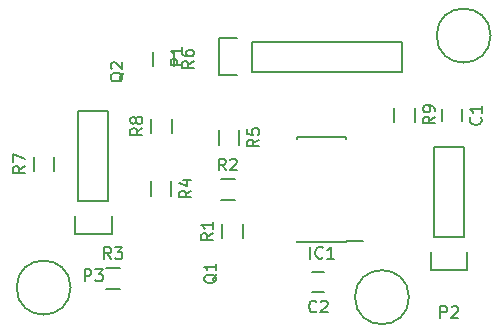
<source format=gbr>
G04 #@! TF.FileFunction,Legend,Top*
%FSLAX46Y46*%
G04 Gerber Fmt 4.6, Leading zero omitted, Abs format (unit mm)*
G04 Created by KiCad (PCBNEW (2015-07-31 BZR 6030)-product) date Sat Sep 12 09:44:37 2015*
%MOMM*%
G01*
G04 APERTURE LIST*
%ADD10C,0.100000*%
%ADD11C,0.150000*%
G04 APERTURE END LIST*
D10*
D11*
X211636400Y-46150400D02*
G75*
G03X211636400Y-46150400I-2286000J0D01*
G01*
X176076400Y-67486400D02*
G75*
G03X176076400Y-67486400I-2286000J0D01*
G01*
X209184400Y-53406800D02*
X209184400Y-52406800D01*
X207484400Y-52406800D02*
X207484400Y-53406800D01*
X196556800Y-67879200D02*
X197556800Y-67879200D01*
X197556800Y-66179200D02*
X196556800Y-66179200D01*
X199436600Y-63656000D02*
X199436600Y-63541000D01*
X195286600Y-63656000D02*
X195286600Y-63541000D01*
X195286600Y-54756000D02*
X195286600Y-54871000D01*
X199436600Y-54756000D02*
X199436600Y-54871000D01*
X199436600Y-63656000D02*
X195286600Y-63656000D01*
X199436600Y-54756000D02*
X195286600Y-54756000D01*
X199436600Y-63541000D02*
X200811600Y-63541000D01*
X191468800Y-46658400D02*
X204168800Y-46658400D01*
X204168800Y-46658400D02*
X204168800Y-49198400D01*
X204168800Y-49198400D02*
X191468800Y-49198400D01*
X188648800Y-46378400D02*
X190198800Y-46378400D01*
X191468800Y-46658400D02*
X191468800Y-49198400D01*
X190198800Y-49478400D02*
X188648800Y-49478400D01*
X188648800Y-49478400D02*
X188648800Y-46378400D01*
X209401200Y-63219200D02*
X209401200Y-55599200D01*
X206861200Y-63219200D02*
X206861200Y-55599200D01*
X206581200Y-66039200D02*
X206581200Y-64489200D01*
X209401200Y-55599200D02*
X206861200Y-55599200D01*
X206861200Y-63219200D02*
X209401200Y-63219200D01*
X209681200Y-64489200D02*
X209681200Y-66039200D01*
X209681200Y-66039200D02*
X206581200Y-66039200D01*
X179276800Y-60120400D02*
X179276800Y-52500400D01*
X176736800Y-60120400D02*
X176736800Y-52500400D01*
X176456800Y-62940400D02*
X176456800Y-61390400D01*
X179276800Y-52500400D02*
X176736800Y-52500400D01*
X176736800Y-60120400D02*
X179276800Y-60120400D01*
X179556800Y-61390400D02*
X179556800Y-62940400D01*
X179556800Y-62940400D02*
X176456800Y-62940400D01*
X190667400Y-62111200D02*
X190667400Y-63311200D01*
X188917400Y-63311200D02*
X188917400Y-62111200D01*
X189986000Y-60081000D02*
X188786000Y-60081000D01*
X188786000Y-58331000D02*
X189986000Y-58331000D01*
X180283200Y-67599400D02*
X179083200Y-67599400D01*
X179083200Y-65849400D02*
X180283200Y-65849400D01*
X182872200Y-59704400D02*
X182872200Y-58504400D01*
X184622200Y-58504400D02*
X184622200Y-59704400D01*
X188612600Y-55386400D02*
X188612600Y-54186400D01*
X190362600Y-54186400D02*
X190362600Y-55386400D01*
X183075400Y-48731600D02*
X183075400Y-47531600D01*
X184825400Y-47531600D02*
X184825400Y-48731600D01*
X174716200Y-56421600D02*
X174716200Y-57621600D01*
X172966200Y-57621600D02*
X172966200Y-56421600D01*
X184673000Y-53221200D02*
X184673000Y-54421200D01*
X182923000Y-54421200D02*
X182923000Y-53221200D01*
X203497000Y-53456000D02*
X203497000Y-52256000D01*
X205247000Y-52256000D02*
X205247000Y-53456000D01*
X204727600Y-68299200D02*
G75*
G03X204727600Y-68299200I-2286000J0D01*
G01*
X211636400Y-46150400D02*
G75*
G03X211636400Y-46150400I-2286000J0D01*
G01*
X176076400Y-67486400D02*
G75*
G03X176076400Y-67486400I-2286000J0D01*
G01*
X209184400Y-53406800D02*
X209184400Y-52406800D01*
X207484400Y-52406800D02*
X207484400Y-53406800D01*
X196556800Y-67879200D02*
X197556800Y-67879200D01*
X197556800Y-66179200D02*
X196556800Y-66179200D01*
X199436600Y-63656000D02*
X199436600Y-63541000D01*
X195286600Y-63656000D02*
X195286600Y-63541000D01*
X195286600Y-54756000D02*
X195286600Y-54871000D01*
X199436600Y-54756000D02*
X199436600Y-54871000D01*
X199436600Y-63656000D02*
X195286600Y-63656000D01*
X199436600Y-54756000D02*
X195286600Y-54756000D01*
X199436600Y-63541000D02*
X200811600Y-63541000D01*
X191468800Y-46658400D02*
X204168800Y-46658400D01*
X204168800Y-46658400D02*
X204168800Y-49198400D01*
X204168800Y-49198400D02*
X191468800Y-49198400D01*
X188648800Y-46378400D02*
X190198800Y-46378400D01*
X191468800Y-46658400D02*
X191468800Y-49198400D01*
X190198800Y-49478400D02*
X188648800Y-49478400D01*
X188648800Y-49478400D02*
X188648800Y-46378400D01*
X209401200Y-63219200D02*
X209401200Y-55599200D01*
X206861200Y-63219200D02*
X206861200Y-55599200D01*
X206581200Y-66039200D02*
X206581200Y-64489200D01*
X209401200Y-55599200D02*
X206861200Y-55599200D01*
X206861200Y-63219200D02*
X209401200Y-63219200D01*
X209681200Y-64489200D02*
X209681200Y-66039200D01*
X209681200Y-66039200D02*
X206581200Y-66039200D01*
X179276800Y-60120400D02*
X179276800Y-52500400D01*
X176736800Y-60120400D02*
X176736800Y-52500400D01*
X176456800Y-62940400D02*
X176456800Y-61390400D01*
X179276800Y-52500400D02*
X176736800Y-52500400D01*
X176736800Y-60120400D02*
X179276800Y-60120400D01*
X179556800Y-61390400D02*
X179556800Y-62940400D01*
X179556800Y-62940400D02*
X176456800Y-62940400D01*
X190667400Y-62111200D02*
X190667400Y-63311200D01*
X188917400Y-63311200D02*
X188917400Y-62111200D01*
X189986000Y-60081000D02*
X188786000Y-60081000D01*
X188786000Y-58331000D02*
X189986000Y-58331000D01*
X180283200Y-67599400D02*
X179083200Y-67599400D01*
X179083200Y-65849400D02*
X180283200Y-65849400D01*
X182872200Y-59704400D02*
X182872200Y-58504400D01*
X184622200Y-58504400D02*
X184622200Y-59704400D01*
X188612600Y-55386400D02*
X188612600Y-54186400D01*
X190362600Y-54186400D02*
X190362600Y-55386400D01*
X183075400Y-48731600D02*
X183075400Y-47531600D01*
X184825400Y-47531600D02*
X184825400Y-48731600D01*
X174716200Y-56421600D02*
X174716200Y-57621600D01*
X172966200Y-57621600D02*
X172966200Y-56421600D01*
X184673000Y-53221200D02*
X184673000Y-54421200D01*
X182923000Y-54421200D02*
X182923000Y-53221200D01*
X203497000Y-53456000D02*
X203497000Y-52256000D01*
X205247000Y-52256000D02*
X205247000Y-53456000D01*
X204727600Y-68299200D02*
G75*
G03X204727600Y-68299200I-2286000J0D01*
G01*
X210791543Y-53073466D02*
X210839162Y-53121085D01*
X210886781Y-53263942D01*
X210886781Y-53359180D01*
X210839162Y-53502038D01*
X210743924Y-53597276D01*
X210648686Y-53644895D01*
X210458210Y-53692514D01*
X210315352Y-53692514D01*
X210124876Y-53644895D01*
X210029638Y-53597276D01*
X209934400Y-53502038D01*
X209886781Y-53359180D01*
X209886781Y-53263942D01*
X209934400Y-53121085D01*
X209982019Y-53073466D01*
X210886781Y-52121085D02*
X210886781Y-52692514D01*
X210886781Y-52406800D02*
X209886781Y-52406800D01*
X210029638Y-52502038D01*
X210124876Y-52597276D01*
X210172495Y-52692514D01*
X196890134Y-69486343D02*
X196842515Y-69533962D01*
X196699658Y-69581581D01*
X196604420Y-69581581D01*
X196461562Y-69533962D01*
X196366324Y-69438724D01*
X196318705Y-69343486D01*
X196271086Y-69153010D01*
X196271086Y-69010152D01*
X196318705Y-68819676D01*
X196366324Y-68724438D01*
X196461562Y-68629200D01*
X196604420Y-68581581D01*
X196699658Y-68581581D01*
X196842515Y-68629200D01*
X196890134Y-68676819D01*
X197271086Y-68676819D02*
X197318705Y-68629200D01*
X197413943Y-68581581D01*
X197652039Y-68581581D01*
X197747277Y-68629200D01*
X197794896Y-68676819D01*
X197842515Y-68772057D01*
X197842515Y-68867295D01*
X197794896Y-69010152D01*
X197223467Y-69581581D01*
X197842515Y-69581581D01*
X196385410Y-65033381D02*
X196385410Y-64033381D01*
X197433029Y-64938143D02*
X197385410Y-64985762D01*
X197242553Y-65033381D01*
X197147315Y-65033381D01*
X197004457Y-64985762D01*
X196909219Y-64890524D01*
X196861600Y-64795286D01*
X196813981Y-64604810D01*
X196813981Y-64461952D01*
X196861600Y-64271476D01*
X196909219Y-64176238D01*
X197004457Y-64081000D01*
X197147315Y-64033381D01*
X197242553Y-64033381D01*
X197385410Y-64081000D01*
X197433029Y-64128619D01*
X198385410Y-65033381D02*
X197813981Y-65033381D01*
X198099695Y-65033381D02*
X198099695Y-64033381D01*
X198004457Y-64176238D01*
X197909219Y-64271476D01*
X197813981Y-64319095D01*
X185551181Y-48666495D02*
X184551181Y-48666495D01*
X184551181Y-48285542D01*
X184598800Y-48190304D01*
X184646419Y-48142685D01*
X184741657Y-48095066D01*
X184884514Y-48095066D01*
X184979752Y-48142685D01*
X185027371Y-48190304D01*
X185074990Y-48285542D01*
X185074990Y-48666495D01*
X185551181Y-47142685D02*
X185551181Y-47714114D01*
X185551181Y-47428400D02*
X184551181Y-47428400D01*
X184694038Y-47523638D01*
X184789276Y-47618876D01*
X184836895Y-47714114D01*
X207393105Y-70041581D02*
X207393105Y-69041581D01*
X207774058Y-69041581D01*
X207869296Y-69089200D01*
X207916915Y-69136819D01*
X207964534Y-69232057D01*
X207964534Y-69374914D01*
X207916915Y-69470152D01*
X207869296Y-69517771D01*
X207774058Y-69565390D01*
X207393105Y-69565390D01*
X208345486Y-69136819D02*
X208393105Y-69089200D01*
X208488343Y-69041581D01*
X208726439Y-69041581D01*
X208821677Y-69089200D01*
X208869296Y-69136819D01*
X208916915Y-69232057D01*
X208916915Y-69327295D01*
X208869296Y-69470152D01*
X208297867Y-70041581D01*
X208916915Y-70041581D01*
X177268705Y-66942781D02*
X177268705Y-65942781D01*
X177649658Y-65942781D01*
X177744896Y-65990400D01*
X177792515Y-66038019D01*
X177840134Y-66133257D01*
X177840134Y-66276114D01*
X177792515Y-66371352D01*
X177744896Y-66418971D01*
X177649658Y-66466590D01*
X177268705Y-66466590D01*
X178173467Y-65942781D02*
X178792515Y-65942781D01*
X178459181Y-66323733D01*
X178602039Y-66323733D01*
X178697277Y-66371352D01*
X178744896Y-66418971D01*
X178792515Y-66514210D01*
X178792515Y-66752305D01*
X178744896Y-66847543D01*
X178697277Y-66895162D01*
X178602039Y-66942781D01*
X178316324Y-66942781D01*
X178221086Y-66895162D01*
X178173467Y-66847543D01*
X188479219Y-66362438D02*
X188431600Y-66457676D01*
X188336362Y-66552914D01*
X188193505Y-66695771D01*
X188145886Y-66791010D01*
X188145886Y-66886248D01*
X188383981Y-66838629D02*
X188336362Y-66933867D01*
X188241124Y-67029105D01*
X188050648Y-67076724D01*
X187717314Y-67076724D01*
X187526838Y-67029105D01*
X187431600Y-66933867D01*
X187383981Y-66838629D01*
X187383981Y-66648152D01*
X187431600Y-66552914D01*
X187526838Y-66457676D01*
X187717314Y-66410057D01*
X188050648Y-66410057D01*
X188241124Y-66457676D01*
X188336362Y-66552914D01*
X188383981Y-66648152D01*
X188383981Y-66838629D01*
X188383981Y-65457676D02*
X188383981Y-66029105D01*
X188383981Y-65743391D02*
X187383981Y-65743391D01*
X187526838Y-65838629D01*
X187622076Y-65933867D01*
X187669695Y-66029105D01*
X180554419Y-49293638D02*
X180506800Y-49388876D01*
X180411562Y-49484114D01*
X180268705Y-49626971D01*
X180221086Y-49722210D01*
X180221086Y-49817448D01*
X180459181Y-49769829D02*
X180411562Y-49865067D01*
X180316324Y-49960305D01*
X180125848Y-50007924D01*
X179792514Y-50007924D01*
X179602038Y-49960305D01*
X179506800Y-49865067D01*
X179459181Y-49769829D01*
X179459181Y-49579352D01*
X179506800Y-49484114D01*
X179602038Y-49388876D01*
X179792514Y-49341257D01*
X180125848Y-49341257D01*
X180316324Y-49388876D01*
X180411562Y-49484114D01*
X180459181Y-49579352D01*
X180459181Y-49769829D01*
X179554419Y-48960305D02*
X179506800Y-48912686D01*
X179459181Y-48817448D01*
X179459181Y-48579352D01*
X179506800Y-48484114D01*
X179554419Y-48436495D01*
X179649657Y-48388876D01*
X179744895Y-48388876D01*
X179887752Y-48436495D01*
X180459181Y-49007924D01*
X180459181Y-48388876D01*
X188144781Y-62877866D02*
X187668590Y-63211200D01*
X188144781Y-63449295D02*
X187144781Y-63449295D01*
X187144781Y-63068342D01*
X187192400Y-62973104D01*
X187240019Y-62925485D01*
X187335257Y-62877866D01*
X187478114Y-62877866D01*
X187573352Y-62925485D01*
X187620971Y-62973104D01*
X187668590Y-63068342D01*
X187668590Y-63449295D01*
X188144781Y-61925485D02*
X188144781Y-62496914D01*
X188144781Y-62211200D02*
X187144781Y-62211200D01*
X187287638Y-62306438D01*
X187382876Y-62401676D01*
X187430495Y-62496914D01*
X189219334Y-57558381D02*
X188886000Y-57082190D01*
X188647905Y-57558381D02*
X188647905Y-56558381D01*
X189028858Y-56558381D01*
X189124096Y-56606000D01*
X189171715Y-56653619D01*
X189219334Y-56748857D01*
X189219334Y-56891714D01*
X189171715Y-56986952D01*
X189124096Y-57034571D01*
X189028858Y-57082190D01*
X188647905Y-57082190D01*
X189600286Y-56653619D02*
X189647905Y-56606000D01*
X189743143Y-56558381D01*
X189981239Y-56558381D01*
X190076477Y-56606000D01*
X190124096Y-56653619D01*
X190171715Y-56748857D01*
X190171715Y-56844095D01*
X190124096Y-56986952D01*
X189552667Y-57558381D01*
X190171715Y-57558381D01*
X179516534Y-65076781D02*
X179183200Y-64600590D01*
X178945105Y-65076781D02*
X178945105Y-64076781D01*
X179326058Y-64076781D01*
X179421296Y-64124400D01*
X179468915Y-64172019D01*
X179516534Y-64267257D01*
X179516534Y-64410114D01*
X179468915Y-64505352D01*
X179421296Y-64552971D01*
X179326058Y-64600590D01*
X178945105Y-64600590D01*
X179849867Y-64076781D02*
X180468915Y-64076781D01*
X180135581Y-64457733D01*
X180278439Y-64457733D01*
X180373677Y-64505352D01*
X180421296Y-64552971D01*
X180468915Y-64648210D01*
X180468915Y-64886305D01*
X180421296Y-64981543D01*
X180373677Y-65029162D01*
X180278439Y-65076781D01*
X179992724Y-65076781D01*
X179897486Y-65029162D01*
X179849867Y-64981543D01*
X186299581Y-59271066D02*
X185823390Y-59604400D01*
X186299581Y-59842495D02*
X185299581Y-59842495D01*
X185299581Y-59461542D01*
X185347200Y-59366304D01*
X185394819Y-59318685D01*
X185490057Y-59271066D01*
X185632914Y-59271066D01*
X185728152Y-59318685D01*
X185775771Y-59366304D01*
X185823390Y-59461542D01*
X185823390Y-59842495D01*
X185632914Y-58413923D02*
X186299581Y-58413923D01*
X185251962Y-58652019D02*
X185966248Y-58890114D01*
X185966248Y-58271066D01*
X192039981Y-54953066D02*
X191563790Y-55286400D01*
X192039981Y-55524495D02*
X191039981Y-55524495D01*
X191039981Y-55143542D01*
X191087600Y-55048304D01*
X191135219Y-55000685D01*
X191230457Y-54953066D01*
X191373314Y-54953066D01*
X191468552Y-55000685D01*
X191516171Y-55048304D01*
X191563790Y-55143542D01*
X191563790Y-55524495D01*
X191039981Y-54048304D02*
X191039981Y-54524495D01*
X191516171Y-54572114D01*
X191468552Y-54524495D01*
X191420933Y-54429257D01*
X191420933Y-54191161D01*
X191468552Y-54095923D01*
X191516171Y-54048304D01*
X191611410Y-54000685D01*
X191849505Y-54000685D01*
X191944743Y-54048304D01*
X191992362Y-54095923D01*
X192039981Y-54191161D01*
X192039981Y-54429257D01*
X191992362Y-54524495D01*
X191944743Y-54572114D01*
X186502781Y-48298266D02*
X186026590Y-48631600D01*
X186502781Y-48869695D02*
X185502781Y-48869695D01*
X185502781Y-48488742D01*
X185550400Y-48393504D01*
X185598019Y-48345885D01*
X185693257Y-48298266D01*
X185836114Y-48298266D01*
X185931352Y-48345885D01*
X185978971Y-48393504D01*
X186026590Y-48488742D01*
X186026590Y-48869695D01*
X185502781Y-47441123D02*
X185502781Y-47631600D01*
X185550400Y-47726838D01*
X185598019Y-47774457D01*
X185740876Y-47869695D01*
X185931352Y-47917314D01*
X186312305Y-47917314D01*
X186407543Y-47869695D01*
X186455162Y-47822076D01*
X186502781Y-47726838D01*
X186502781Y-47536361D01*
X186455162Y-47441123D01*
X186407543Y-47393504D01*
X186312305Y-47345885D01*
X186074210Y-47345885D01*
X185978971Y-47393504D01*
X185931352Y-47441123D01*
X185883733Y-47536361D01*
X185883733Y-47726838D01*
X185931352Y-47822076D01*
X185978971Y-47869695D01*
X186074210Y-47917314D01*
X172193581Y-57188266D02*
X171717390Y-57521600D01*
X172193581Y-57759695D02*
X171193581Y-57759695D01*
X171193581Y-57378742D01*
X171241200Y-57283504D01*
X171288819Y-57235885D01*
X171384057Y-57188266D01*
X171526914Y-57188266D01*
X171622152Y-57235885D01*
X171669771Y-57283504D01*
X171717390Y-57378742D01*
X171717390Y-57759695D01*
X171193581Y-56854933D02*
X171193581Y-56188266D01*
X172193581Y-56616838D01*
X182150381Y-53987866D02*
X181674190Y-54321200D01*
X182150381Y-54559295D02*
X181150381Y-54559295D01*
X181150381Y-54178342D01*
X181198000Y-54083104D01*
X181245619Y-54035485D01*
X181340857Y-53987866D01*
X181483714Y-53987866D01*
X181578952Y-54035485D01*
X181626571Y-54083104D01*
X181674190Y-54178342D01*
X181674190Y-54559295D01*
X181578952Y-53416438D02*
X181531333Y-53511676D01*
X181483714Y-53559295D01*
X181388476Y-53606914D01*
X181340857Y-53606914D01*
X181245619Y-53559295D01*
X181198000Y-53511676D01*
X181150381Y-53416438D01*
X181150381Y-53225961D01*
X181198000Y-53130723D01*
X181245619Y-53083104D01*
X181340857Y-53035485D01*
X181388476Y-53035485D01*
X181483714Y-53083104D01*
X181531333Y-53130723D01*
X181578952Y-53225961D01*
X181578952Y-53416438D01*
X181626571Y-53511676D01*
X181674190Y-53559295D01*
X181769429Y-53606914D01*
X181959905Y-53606914D01*
X182055143Y-53559295D01*
X182102762Y-53511676D01*
X182150381Y-53416438D01*
X182150381Y-53225961D01*
X182102762Y-53130723D01*
X182055143Y-53083104D01*
X181959905Y-53035485D01*
X181769429Y-53035485D01*
X181674190Y-53083104D01*
X181626571Y-53130723D01*
X181578952Y-53225961D01*
X206924381Y-53022666D02*
X206448190Y-53356000D01*
X206924381Y-53594095D02*
X205924381Y-53594095D01*
X205924381Y-53213142D01*
X205972000Y-53117904D01*
X206019619Y-53070285D01*
X206114857Y-53022666D01*
X206257714Y-53022666D01*
X206352952Y-53070285D01*
X206400571Y-53117904D01*
X206448190Y-53213142D01*
X206448190Y-53594095D01*
X206924381Y-52546476D02*
X206924381Y-52356000D01*
X206876762Y-52260761D01*
X206829143Y-52213142D01*
X206686286Y-52117904D01*
X206495810Y-52070285D01*
X206114857Y-52070285D01*
X206019619Y-52117904D01*
X205972000Y-52165523D01*
X205924381Y-52260761D01*
X205924381Y-52451238D01*
X205972000Y-52546476D01*
X206019619Y-52594095D01*
X206114857Y-52641714D01*
X206352952Y-52641714D01*
X206448190Y-52594095D01*
X206495810Y-52546476D01*
X206543429Y-52451238D01*
X206543429Y-52260761D01*
X206495810Y-52165523D01*
X206448190Y-52117904D01*
X206352952Y-52070285D01*
X210791543Y-53073466D02*
X210839162Y-53121085D01*
X210886781Y-53263942D01*
X210886781Y-53359180D01*
X210839162Y-53502038D01*
X210743924Y-53597276D01*
X210648686Y-53644895D01*
X210458210Y-53692514D01*
X210315352Y-53692514D01*
X210124876Y-53644895D01*
X210029638Y-53597276D01*
X209934400Y-53502038D01*
X209886781Y-53359180D01*
X209886781Y-53263942D01*
X209934400Y-53121085D01*
X209982019Y-53073466D01*
X210886781Y-52121085D02*
X210886781Y-52692514D01*
X210886781Y-52406800D02*
X209886781Y-52406800D01*
X210029638Y-52502038D01*
X210124876Y-52597276D01*
X210172495Y-52692514D01*
X196890134Y-69486343D02*
X196842515Y-69533962D01*
X196699658Y-69581581D01*
X196604420Y-69581581D01*
X196461562Y-69533962D01*
X196366324Y-69438724D01*
X196318705Y-69343486D01*
X196271086Y-69153010D01*
X196271086Y-69010152D01*
X196318705Y-68819676D01*
X196366324Y-68724438D01*
X196461562Y-68629200D01*
X196604420Y-68581581D01*
X196699658Y-68581581D01*
X196842515Y-68629200D01*
X196890134Y-68676819D01*
X197271086Y-68676819D02*
X197318705Y-68629200D01*
X197413943Y-68581581D01*
X197652039Y-68581581D01*
X197747277Y-68629200D01*
X197794896Y-68676819D01*
X197842515Y-68772057D01*
X197842515Y-68867295D01*
X197794896Y-69010152D01*
X197223467Y-69581581D01*
X197842515Y-69581581D01*
X196385410Y-65033381D02*
X196385410Y-64033381D01*
X197433029Y-64938143D02*
X197385410Y-64985762D01*
X197242553Y-65033381D01*
X197147315Y-65033381D01*
X197004457Y-64985762D01*
X196909219Y-64890524D01*
X196861600Y-64795286D01*
X196813981Y-64604810D01*
X196813981Y-64461952D01*
X196861600Y-64271476D01*
X196909219Y-64176238D01*
X197004457Y-64081000D01*
X197147315Y-64033381D01*
X197242553Y-64033381D01*
X197385410Y-64081000D01*
X197433029Y-64128619D01*
X198385410Y-65033381D02*
X197813981Y-65033381D01*
X198099695Y-65033381D02*
X198099695Y-64033381D01*
X198004457Y-64176238D01*
X197909219Y-64271476D01*
X197813981Y-64319095D01*
X185551181Y-48666495D02*
X184551181Y-48666495D01*
X184551181Y-48285542D01*
X184598800Y-48190304D01*
X184646419Y-48142685D01*
X184741657Y-48095066D01*
X184884514Y-48095066D01*
X184979752Y-48142685D01*
X185027371Y-48190304D01*
X185074990Y-48285542D01*
X185074990Y-48666495D01*
X185551181Y-47142685D02*
X185551181Y-47714114D01*
X185551181Y-47428400D02*
X184551181Y-47428400D01*
X184694038Y-47523638D01*
X184789276Y-47618876D01*
X184836895Y-47714114D01*
X207393105Y-70041581D02*
X207393105Y-69041581D01*
X207774058Y-69041581D01*
X207869296Y-69089200D01*
X207916915Y-69136819D01*
X207964534Y-69232057D01*
X207964534Y-69374914D01*
X207916915Y-69470152D01*
X207869296Y-69517771D01*
X207774058Y-69565390D01*
X207393105Y-69565390D01*
X208345486Y-69136819D02*
X208393105Y-69089200D01*
X208488343Y-69041581D01*
X208726439Y-69041581D01*
X208821677Y-69089200D01*
X208869296Y-69136819D01*
X208916915Y-69232057D01*
X208916915Y-69327295D01*
X208869296Y-69470152D01*
X208297867Y-70041581D01*
X208916915Y-70041581D01*
X177268705Y-66942781D02*
X177268705Y-65942781D01*
X177649658Y-65942781D01*
X177744896Y-65990400D01*
X177792515Y-66038019D01*
X177840134Y-66133257D01*
X177840134Y-66276114D01*
X177792515Y-66371352D01*
X177744896Y-66418971D01*
X177649658Y-66466590D01*
X177268705Y-66466590D01*
X178173467Y-65942781D02*
X178792515Y-65942781D01*
X178459181Y-66323733D01*
X178602039Y-66323733D01*
X178697277Y-66371352D01*
X178744896Y-66418971D01*
X178792515Y-66514210D01*
X178792515Y-66752305D01*
X178744896Y-66847543D01*
X178697277Y-66895162D01*
X178602039Y-66942781D01*
X178316324Y-66942781D01*
X178221086Y-66895162D01*
X178173467Y-66847543D01*
X188479219Y-66362438D02*
X188431600Y-66457676D01*
X188336362Y-66552914D01*
X188193505Y-66695771D01*
X188145886Y-66791010D01*
X188145886Y-66886248D01*
X188383981Y-66838629D02*
X188336362Y-66933867D01*
X188241124Y-67029105D01*
X188050648Y-67076724D01*
X187717314Y-67076724D01*
X187526838Y-67029105D01*
X187431600Y-66933867D01*
X187383981Y-66838629D01*
X187383981Y-66648152D01*
X187431600Y-66552914D01*
X187526838Y-66457676D01*
X187717314Y-66410057D01*
X188050648Y-66410057D01*
X188241124Y-66457676D01*
X188336362Y-66552914D01*
X188383981Y-66648152D01*
X188383981Y-66838629D01*
X188383981Y-65457676D02*
X188383981Y-66029105D01*
X188383981Y-65743391D02*
X187383981Y-65743391D01*
X187526838Y-65838629D01*
X187622076Y-65933867D01*
X187669695Y-66029105D01*
X180554419Y-49293638D02*
X180506800Y-49388876D01*
X180411562Y-49484114D01*
X180268705Y-49626971D01*
X180221086Y-49722210D01*
X180221086Y-49817448D01*
X180459181Y-49769829D02*
X180411562Y-49865067D01*
X180316324Y-49960305D01*
X180125848Y-50007924D01*
X179792514Y-50007924D01*
X179602038Y-49960305D01*
X179506800Y-49865067D01*
X179459181Y-49769829D01*
X179459181Y-49579352D01*
X179506800Y-49484114D01*
X179602038Y-49388876D01*
X179792514Y-49341257D01*
X180125848Y-49341257D01*
X180316324Y-49388876D01*
X180411562Y-49484114D01*
X180459181Y-49579352D01*
X180459181Y-49769829D01*
X179554419Y-48960305D02*
X179506800Y-48912686D01*
X179459181Y-48817448D01*
X179459181Y-48579352D01*
X179506800Y-48484114D01*
X179554419Y-48436495D01*
X179649657Y-48388876D01*
X179744895Y-48388876D01*
X179887752Y-48436495D01*
X180459181Y-49007924D01*
X180459181Y-48388876D01*
X188144781Y-62877866D02*
X187668590Y-63211200D01*
X188144781Y-63449295D02*
X187144781Y-63449295D01*
X187144781Y-63068342D01*
X187192400Y-62973104D01*
X187240019Y-62925485D01*
X187335257Y-62877866D01*
X187478114Y-62877866D01*
X187573352Y-62925485D01*
X187620971Y-62973104D01*
X187668590Y-63068342D01*
X187668590Y-63449295D01*
X188144781Y-61925485D02*
X188144781Y-62496914D01*
X188144781Y-62211200D02*
X187144781Y-62211200D01*
X187287638Y-62306438D01*
X187382876Y-62401676D01*
X187430495Y-62496914D01*
X189219334Y-57558381D02*
X188886000Y-57082190D01*
X188647905Y-57558381D02*
X188647905Y-56558381D01*
X189028858Y-56558381D01*
X189124096Y-56606000D01*
X189171715Y-56653619D01*
X189219334Y-56748857D01*
X189219334Y-56891714D01*
X189171715Y-56986952D01*
X189124096Y-57034571D01*
X189028858Y-57082190D01*
X188647905Y-57082190D01*
X189600286Y-56653619D02*
X189647905Y-56606000D01*
X189743143Y-56558381D01*
X189981239Y-56558381D01*
X190076477Y-56606000D01*
X190124096Y-56653619D01*
X190171715Y-56748857D01*
X190171715Y-56844095D01*
X190124096Y-56986952D01*
X189552667Y-57558381D01*
X190171715Y-57558381D01*
X179516534Y-65076781D02*
X179183200Y-64600590D01*
X178945105Y-65076781D02*
X178945105Y-64076781D01*
X179326058Y-64076781D01*
X179421296Y-64124400D01*
X179468915Y-64172019D01*
X179516534Y-64267257D01*
X179516534Y-64410114D01*
X179468915Y-64505352D01*
X179421296Y-64552971D01*
X179326058Y-64600590D01*
X178945105Y-64600590D01*
X179849867Y-64076781D02*
X180468915Y-64076781D01*
X180135581Y-64457733D01*
X180278439Y-64457733D01*
X180373677Y-64505352D01*
X180421296Y-64552971D01*
X180468915Y-64648210D01*
X180468915Y-64886305D01*
X180421296Y-64981543D01*
X180373677Y-65029162D01*
X180278439Y-65076781D01*
X179992724Y-65076781D01*
X179897486Y-65029162D01*
X179849867Y-64981543D01*
X186299581Y-59271066D02*
X185823390Y-59604400D01*
X186299581Y-59842495D02*
X185299581Y-59842495D01*
X185299581Y-59461542D01*
X185347200Y-59366304D01*
X185394819Y-59318685D01*
X185490057Y-59271066D01*
X185632914Y-59271066D01*
X185728152Y-59318685D01*
X185775771Y-59366304D01*
X185823390Y-59461542D01*
X185823390Y-59842495D01*
X185632914Y-58413923D02*
X186299581Y-58413923D01*
X185251962Y-58652019D02*
X185966248Y-58890114D01*
X185966248Y-58271066D01*
X192039981Y-54953066D02*
X191563790Y-55286400D01*
X192039981Y-55524495D02*
X191039981Y-55524495D01*
X191039981Y-55143542D01*
X191087600Y-55048304D01*
X191135219Y-55000685D01*
X191230457Y-54953066D01*
X191373314Y-54953066D01*
X191468552Y-55000685D01*
X191516171Y-55048304D01*
X191563790Y-55143542D01*
X191563790Y-55524495D01*
X191039981Y-54048304D02*
X191039981Y-54524495D01*
X191516171Y-54572114D01*
X191468552Y-54524495D01*
X191420933Y-54429257D01*
X191420933Y-54191161D01*
X191468552Y-54095923D01*
X191516171Y-54048304D01*
X191611410Y-54000685D01*
X191849505Y-54000685D01*
X191944743Y-54048304D01*
X191992362Y-54095923D01*
X192039981Y-54191161D01*
X192039981Y-54429257D01*
X191992362Y-54524495D01*
X191944743Y-54572114D01*
X186502781Y-48298266D02*
X186026590Y-48631600D01*
X186502781Y-48869695D02*
X185502781Y-48869695D01*
X185502781Y-48488742D01*
X185550400Y-48393504D01*
X185598019Y-48345885D01*
X185693257Y-48298266D01*
X185836114Y-48298266D01*
X185931352Y-48345885D01*
X185978971Y-48393504D01*
X186026590Y-48488742D01*
X186026590Y-48869695D01*
X185502781Y-47441123D02*
X185502781Y-47631600D01*
X185550400Y-47726838D01*
X185598019Y-47774457D01*
X185740876Y-47869695D01*
X185931352Y-47917314D01*
X186312305Y-47917314D01*
X186407543Y-47869695D01*
X186455162Y-47822076D01*
X186502781Y-47726838D01*
X186502781Y-47536361D01*
X186455162Y-47441123D01*
X186407543Y-47393504D01*
X186312305Y-47345885D01*
X186074210Y-47345885D01*
X185978971Y-47393504D01*
X185931352Y-47441123D01*
X185883733Y-47536361D01*
X185883733Y-47726838D01*
X185931352Y-47822076D01*
X185978971Y-47869695D01*
X186074210Y-47917314D01*
X172193581Y-57188266D02*
X171717390Y-57521600D01*
X172193581Y-57759695D02*
X171193581Y-57759695D01*
X171193581Y-57378742D01*
X171241200Y-57283504D01*
X171288819Y-57235885D01*
X171384057Y-57188266D01*
X171526914Y-57188266D01*
X171622152Y-57235885D01*
X171669771Y-57283504D01*
X171717390Y-57378742D01*
X171717390Y-57759695D01*
X171193581Y-56854933D02*
X171193581Y-56188266D01*
X172193581Y-56616838D01*
X182150381Y-53987866D02*
X181674190Y-54321200D01*
X182150381Y-54559295D02*
X181150381Y-54559295D01*
X181150381Y-54178342D01*
X181198000Y-54083104D01*
X181245619Y-54035485D01*
X181340857Y-53987866D01*
X181483714Y-53987866D01*
X181578952Y-54035485D01*
X181626571Y-54083104D01*
X181674190Y-54178342D01*
X181674190Y-54559295D01*
X181578952Y-53416438D02*
X181531333Y-53511676D01*
X181483714Y-53559295D01*
X181388476Y-53606914D01*
X181340857Y-53606914D01*
X181245619Y-53559295D01*
X181198000Y-53511676D01*
X181150381Y-53416438D01*
X181150381Y-53225961D01*
X181198000Y-53130723D01*
X181245619Y-53083104D01*
X181340857Y-53035485D01*
X181388476Y-53035485D01*
X181483714Y-53083104D01*
X181531333Y-53130723D01*
X181578952Y-53225961D01*
X181578952Y-53416438D01*
X181626571Y-53511676D01*
X181674190Y-53559295D01*
X181769429Y-53606914D01*
X181959905Y-53606914D01*
X182055143Y-53559295D01*
X182102762Y-53511676D01*
X182150381Y-53416438D01*
X182150381Y-53225961D01*
X182102762Y-53130723D01*
X182055143Y-53083104D01*
X181959905Y-53035485D01*
X181769429Y-53035485D01*
X181674190Y-53083104D01*
X181626571Y-53130723D01*
X181578952Y-53225961D01*
X206924381Y-53022666D02*
X206448190Y-53356000D01*
X206924381Y-53594095D02*
X205924381Y-53594095D01*
X205924381Y-53213142D01*
X205972000Y-53117904D01*
X206019619Y-53070285D01*
X206114857Y-53022666D01*
X206257714Y-53022666D01*
X206352952Y-53070285D01*
X206400571Y-53117904D01*
X206448190Y-53213142D01*
X206448190Y-53594095D01*
X206924381Y-52546476D02*
X206924381Y-52356000D01*
X206876762Y-52260761D01*
X206829143Y-52213142D01*
X206686286Y-52117904D01*
X206495810Y-52070285D01*
X206114857Y-52070285D01*
X206019619Y-52117904D01*
X205972000Y-52165523D01*
X205924381Y-52260761D01*
X205924381Y-52451238D01*
X205972000Y-52546476D01*
X206019619Y-52594095D01*
X206114857Y-52641714D01*
X206352952Y-52641714D01*
X206448190Y-52594095D01*
X206495810Y-52546476D01*
X206543429Y-52451238D01*
X206543429Y-52260761D01*
X206495810Y-52165523D01*
X206448190Y-52117904D01*
X206352952Y-52070285D01*
M02*

</source>
